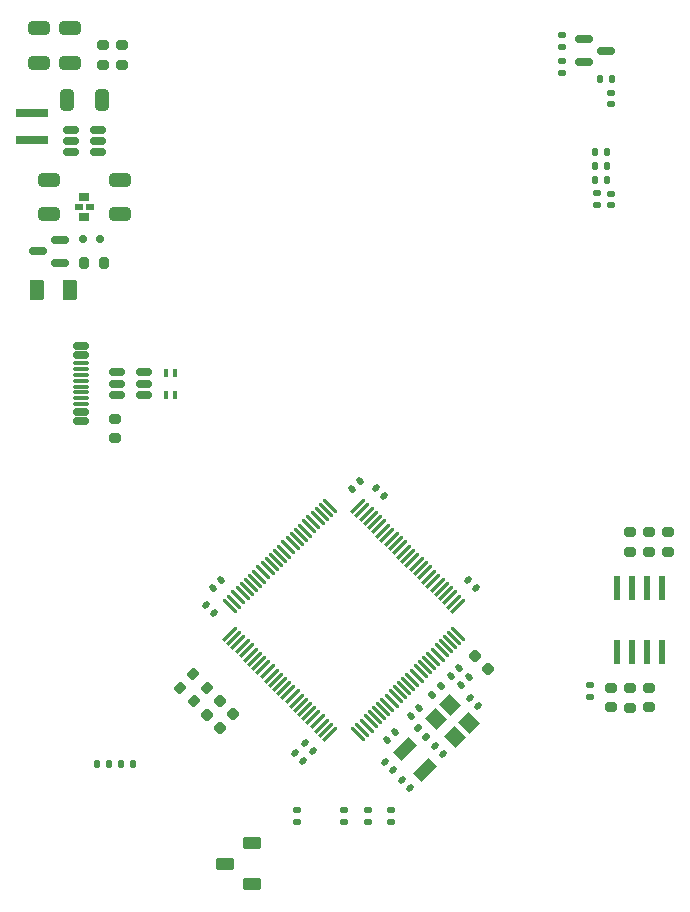
<source format=gbr>
%TF.GenerationSoftware,KiCad,Pcbnew,8.0.1*%
%TF.CreationDate,2024-05-16T13:17:23+02:00*%
%TF.ProjectId,STM32H7B0_devboard,53544d33-3248-4374-9230-5f646576626f,rev?*%
%TF.SameCoordinates,Original*%
%TF.FileFunction,Paste,Top*%
%TF.FilePolarity,Positive*%
%FSLAX46Y46*%
G04 Gerber Fmt 4.6, Leading zero omitted, Abs format (unit mm)*
G04 Created by KiCad (PCBNEW 8.0.1) date 2024-05-16 13:17:23*
%MOMM*%
%LPD*%
G01*
G04 APERTURE LIST*
G04 Aperture macros list*
%AMRoundRect*
0 Rectangle with rounded corners*
0 $1 Rounding radius*
0 $2 $3 $4 $5 $6 $7 $8 $9 X,Y pos of 4 corners*
0 Add a 4 corners polygon primitive as box body*
4,1,4,$2,$3,$4,$5,$6,$7,$8,$9,$2,$3,0*
0 Add four circle primitives for the rounded corners*
1,1,$1+$1,$2,$3*
1,1,$1+$1,$4,$5*
1,1,$1+$1,$6,$7*
1,1,$1+$1,$8,$9*
0 Add four rect primitives between the rounded corners*
20,1,$1+$1,$2,$3,$4,$5,0*
20,1,$1+$1,$4,$5,$6,$7,0*
20,1,$1+$1,$6,$7,$8,$9,0*
20,1,$1+$1,$8,$9,$2,$3,0*%
%AMRotRect*
0 Rectangle, with rotation*
0 The origin of the aperture is its center*
0 $1 length*
0 $2 width*
0 $3 Rotation angle, in degrees counterclockwise*
0 Add horizontal line*
21,1,$1,$2,0,0,$3*%
G04 Aperture macros list end*
%ADD10RoundRect,0.200000X0.275000X-0.200000X0.275000X0.200000X-0.275000X0.200000X-0.275000X-0.200000X0*%
%ADD11RoundRect,0.150000X0.587500X0.150000X-0.587500X0.150000X-0.587500X-0.150000X0.587500X-0.150000X0*%
%ADD12RoundRect,0.135000X0.135000X0.185000X-0.135000X0.185000X-0.135000X-0.185000X0.135000X-0.185000X0*%
%ADD13R,0.600000X2.000000*%
%ADD14RoundRect,0.150000X-0.500000X0.150000X-0.500000X-0.150000X0.500000X-0.150000X0.500000X0.150000X0*%
%ADD15RoundRect,0.075000X-0.575000X0.075000X-0.575000X-0.075000X0.575000X-0.075000X0.575000X0.075000X0*%
%ADD16RoundRect,0.150000X-0.512500X-0.150000X0.512500X-0.150000X0.512500X0.150000X-0.512500X0.150000X0*%
%ADD17RoundRect,0.135000X-0.226274X-0.035355X-0.035355X-0.226274X0.226274X0.035355X0.035355X0.226274X0*%
%ADD18RoundRect,0.250000X-0.650000X0.325000X-0.650000X-0.325000X0.650000X-0.325000X0.650000X0.325000X0*%
%ADD19R,2.700000X0.800000*%
%ADD20RoundRect,0.135000X-0.135000X-0.185000X0.135000X-0.185000X0.135000X0.185000X-0.135000X0.185000X0*%
%ADD21RoundRect,0.250000X0.550000X-0.250000X0.550000X0.250000X-0.550000X0.250000X-0.550000X-0.250000X0*%
%ADD22RoundRect,0.135000X-0.185000X0.135000X-0.185000X-0.135000X0.185000X-0.135000X0.185000X0.135000X0*%
%ADD23RoundRect,0.218750X-0.335876X-0.026517X-0.026517X-0.335876X0.335876X0.026517X0.026517X0.335876X0*%
%ADD24R,0.889000X0.711200*%
%ADD25R,0.660400X0.508000*%
%ADD26RoundRect,0.135000X0.185000X-0.135000X0.185000X0.135000X-0.185000X0.135000X-0.185000X-0.135000X0*%
%ADD27RoundRect,0.150000X-0.587500X-0.150000X0.587500X-0.150000X0.587500X0.150000X-0.587500X0.150000X0*%
%ADD28RoundRect,0.150000X0.150000X0.200000X-0.150000X0.200000X-0.150000X-0.200000X0.150000X-0.200000X0*%
%ADD29RoundRect,0.200000X-0.275000X0.200000X-0.275000X-0.200000X0.275000X-0.200000X0.275000X0.200000X0*%
%ADD30RoundRect,0.140000X-0.021213X0.219203X-0.219203X0.021213X0.021213X-0.219203X0.219203X-0.021213X0*%
%ADD31RoundRect,0.200000X0.335876X0.053033X0.053033X0.335876X-0.335876X-0.053033X-0.053033X-0.335876X0*%
%ADD32RoundRect,0.140000X0.219203X0.021213X0.021213X0.219203X-0.219203X-0.021213X-0.021213X-0.219203X0*%
%ADD33RoundRect,0.200000X-0.335876X-0.053033X-0.053033X-0.335876X0.335876X0.053033X0.053033X0.335876X0*%
%ADD34RoundRect,0.200000X-0.200000X-0.275000X0.200000X-0.275000X0.200000X0.275000X-0.200000X0.275000X0*%
%ADD35RoundRect,0.250000X0.650000X-0.325000X0.650000X0.325000X-0.650000X0.325000X-0.650000X-0.325000X0*%
%ADD36R,0.406400X0.762000*%
%ADD37RoundRect,0.140000X0.021213X-0.219203X0.219203X-0.021213X-0.021213X0.219203X-0.219203X0.021213X0*%
%ADD38RoundRect,0.140000X-0.219203X-0.021213X-0.021213X-0.219203X0.219203X0.021213X0.021213X0.219203X0*%
%ADD39RoundRect,0.250000X0.375000X0.625000X-0.375000X0.625000X-0.375000X-0.625000X0.375000X-0.625000X0*%
%ADD40RoundRect,0.140000X-0.170000X0.140000X-0.170000X-0.140000X0.170000X-0.140000X0.170000X0.140000X0*%
%ADD41RoundRect,0.250000X-0.325000X-0.650000X0.325000X-0.650000X0.325000X0.650000X-0.325000X0.650000X0*%
%ADD42RotRect,1.000000X1.800000X135.000000*%
%ADD43RoundRect,0.075000X0.565685X-0.459619X-0.459619X0.565685X-0.565685X0.459619X0.459619X-0.565685X0*%
%ADD44RoundRect,0.075000X0.565685X0.459619X0.459619X0.565685X-0.565685X-0.459619X-0.459619X-0.565685X0*%
%ADD45RotRect,1.400000X1.200000X315.000000*%
%ADD46RoundRect,0.135000X0.035355X-0.226274X0.226274X-0.035355X-0.035355X0.226274X-0.226274X0.035355X0*%
G04 APERTURE END LIST*
D10*
%TO.C,R26*%
X169200000Y-94225001D03*
X169200000Y-92575001D03*
%TD*%
D11*
%TO.C,Q2*%
X120937500Y-69750000D03*
X120937500Y-67850000D03*
X119062499Y-68800000D03*
%TD*%
D12*
%TO.C,R10*%
X125109999Y-112200000D03*
X124090001Y-112200000D03*
%TD*%
D13*
%TO.C,U3*%
X168095001Y-102725000D03*
X169365000Y-102725000D03*
X170635000Y-102725000D03*
X171904999Y-102725000D03*
X171904999Y-97275000D03*
X170635000Y-97275000D03*
X169365000Y-97275000D03*
X168095001Y-97275000D03*
%TD*%
D14*
%TO.C,J3*%
X122745000Y-76800000D03*
X122745000Y-77600000D03*
D15*
X122744999Y-78750000D03*
X122745000Y-79750000D03*
X122745000Y-80250000D03*
X122744999Y-81250000D03*
D14*
X122745000Y-82400000D03*
X122745000Y-83200000D03*
X122745000Y-83200000D03*
X122745000Y-82400000D03*
D15*
X122745000Y-81750000D03*
X122745000Y-80750000D03*
X122745000Y-79250000D03*
X122745000Y-78250000D03*
D14*
X122745000Y-77600000D03*
X122745000Y-76800000D03*
%TD*%
D16*
%TO.C,U4*%
X121862500Y-58500002D03*
X121862500Y-59450001D03*
X121862500Y-60400000D03*
X124137500Y-60400000D03*
X124137500Y-59450001D03*
X124137500Y-58500002D03*
%TD*%
D17*
%TO.C,R2*%
X151239376Y-109200000D03*
X151960624Y-109921248D03*
%TD*%
D18*
%TO.C,C19*%
X120000000Y-62724999D03*
X120000000Y-65675001D03*
%TD*%
D19*
%TO.C,L2*%
X118600000Y-59350000D03*
X118600000Y-57050000D03*
%TD*%
D20*
%TO.C,R18*%
X166207252Y-62800000D03*
X167227250Y-62800000D03*
%TD*%
D21*
%TO.C,SW1*%
X137200000Y-122400000D03*
X134900000Y-120650000D03*
X137200000Y-118900000D03*
%TD*%
D22*
%TO.C,R16*%
X166427250Y-63890001D03*
X166427250Y-64909999D03*
%TD*%
D23*
%TO.C,L1*%
X156043153Y-103043153D03*
X157156847Y-104156847D03*
%TD*%
D24*
%TO.C,C18*%
X123000000Y-65901800D03*
D25*
X122530101Y-65050900D03*
D24*
X123000000Y-64200000D03*
D25*
X123469899Y-65050900D03*
%TD*%
D20*
%TO.C,R9*%
X126090001Y-112200000D03*
X127109999Y-112200000D03*
%TD*%
D26*
%TO.C,R13*%
X163427250Y-51509999D03*
X163427250Y-50490001D03*
%TD*%
D27*
%TO.C,Q1*%
X165289750Y-50850000D03*
X165289750Y-52750000D03*
X167164751Y-51800000D03*
%TD*%
D28*
%TO.C,D3*%
X122900000Y-67800000D03*
X124300000Y-67800000D03*
%TD*%
D29*
%TO.C,R21*%
X126200000Y-51375000D03*
X126200000Y-53025000D03*
%TD*%
D30*
%TO.C,C7*%
X151339411Y-107460589D03*
X150660589Y-108139411D03*
%TD*%
D10*
%TO.C,R22*%
X125560000Y-84625000D03*
X125560000Y-82975000D03*
%TD*%
D31*
%TO.C,R1*%
X133383363Y-105783363D03*
X132216637Y-104616637D03*
%TD*%
D23*
%TO.C,D1*%
X134488217Y-106888217D03*
X135601911Y-108001911D03*
%TD*%
D26*
%TO.C,R6*%
X147000000Y-117099997D03*
X147000000Y-116079999D03*
%TD*%
D30*
%TO.C,C17*%
X154739411Y-104060589D03*
X154060589Y-104739411D03*
%TD*%
D32*
%TO.C,C9*%
X150600000Y-114200000D03*
X149921178Y-113521178D03*
%TD*%
%TO.C,C1*%
X141539411Y-111939411D03*
X140860589Y-111260589D03*
%TD*%
D33*
%TO.C,R4*%
X131085267Y-105748007D03*
X132251993Y-106914733D03*
%TD*%
D34*
%TO.C,R19*%
X122975000Y-69800000D03*
X124625000Y-69800000D03*
%TD*%
D10*
%TO.C,R27*%
X170800000Y-94225001D03*
X170800000Y-92575001D03*
%TD*%
D35*
%TO.C,C22*%
X119200000Y-52875001D03*
X119200000Y-49924999D03*
%TD*%
D36*
%TO.C,FL1*%
X130703900Y-79075001D03*
X129891100Y-79075001D03*
X129891100Y-80924999D03*
X130703900Y-80924999D03*
%TD*%
D32*
%TO.C,C11*%
X156339411Y-107339411D03*
X155660589Y-106660589D03*
%TD*%
D37*
%TO.C,C5*%
X145660589Y-88939411D03*
X146339411Y-88260589D03*
%TD*%
D18*
%TO.C,C20*%
X126000000Y-62724999D03*
X126000000Y-65675001D03*
%TD*%
D38*
%TO.C,C8*%
X148460589Y-112060589D03*
X149139411Y-112739411D03*
%TD*%
D20*
%TO.C,R12*%
X166627250Y-54200000D03*
X167647248Y-54200000D03*
%TD*%
D39*
%TO.C,F1*%
X121799999Y-72100000D03*
X119000001Y-72100000D03*
%TD*%
D35*
%TO.C,C23*%
X121800000Y-52875001D03*
X121800000Y-49924999D03*
%TD*%
D30*
%TO.C,C2*%
X149339411Y-109460589D03*
X148660589Y-110139411D03*
%TD*%
D40*
%TO.C,C14*%
X167627250Y-55400000D03*
X167627250Y-56360000D03*
%TD*%
D23*
%TO.C,D2*%
X133356847Y-108019587D03*
X134470541Y-109133281D03*
%TD*%
D41*
%TO.C,C21*%
X121525000Y-56000000D03*
X124475000Y-56000000D03*
%TD*%
D10*
%TO.C,R24*%
X169199999Y-107450000D03*
X169199999Y-105800000D03*
%TD*%
D32*
%TO.C,C12*%
X148339411Y-89539411D03*
X147660589Y-88860589D03*
%TD*%
D29*
%TO.C,R20*%
X124600000Y-51375000D03*
X124600000Y-53025000D03*
%TD*%
D10*
%TO.C,R28*%
X172399999Y-94250000D03*
X172399999Y-92600000D03*
%TD*%
D20*
%TO.C,R15*%
X166207252Y-60400000D03*
X167227250Y-60400000D03*
%TD*%
D42*
%TO.C,Y1*%
X150116117Y-110916117D03*
X151883883Y-112683883D03*
%TD*%
D10*
%TO.C,R25*%
X170800000Y-107425000D03*
X170800000Y-105775000D03*
%TD*%
D43*
%TO.C,U1*%
X146184404Y-109669685D03*
X146537957Y-109316132D03*
X146891511Y-108962578D03*
X147245064Y-108609025D03*
X147598617Y-108255472D03*
X147952171Y-107901918D03*
X148305724Y-107548365D03*
X148659278Y-107194811D03*
X149012831Y-106841258D03*
X149366384Y-106487705D03*
X149719938Y-106134151D03*
X150073491Y-105780598D03*
X150427045Y-105427045D03*
X150780598Y-105073491D03*
X151134151Y-104719938D03*
X151487705Y-104366384D03*
X151841258Y-104012831D03*
X152194811Y-103659278D03*
X152548365Y-103305724D03*
X152901918Y-102952171D03*
X153255472Y-102598617D03*
X153609025Y-102245064D03*
X153962578Y-101891511D03*
X154316132Y-101537957D03*
X154669685Y-101184404D03*
D44*
X154669685Y-98815596D03*
X154316132Y-98462043D03*
X153962578Y-98108489D03*
X153609025Y-97754936D03*
X153255472Y-97401383D03*
X152901918Y-97047829D03*
X152548365Y-96694276D03*
X152194811Y-96340722D03*
X151841258Y-95987169D03*
X151487705Y-95633616D03*
X151134151Y-95280062D03*
X150780598Y-94926509D03*
X150427045Y-94572955D03*
X150073491Y-94219402D03*
X149719938Y-93865849D03*
X149366384Y-93512295D03*
X149012831Y-93158742D03*
X148659278Y-92805189D03*
X148305724Y-92451635D03*
X147952171Y-92098082D03*
X147598617Y-91744528D03*
X147245064Y-91390975D03*
X146891511Y-91037422D03*
X146537957Y-90683868D03*
X146184404Y-90330315D03*
D43*
X143815596Y-90330315D03*
X143462043Y-90683868D03*
X143108489Y-91037422D03*
X142754936Y-91390975D03*
X142401383Y-91744528D03*
X142047829Y-92098082D03*
X141694276Y-92451635D03*
X141340722Y-92805189D03*
X140987169Y-93158742D03*
X140633616Y-93512295D03*
X140280062Y-93865849D03*
X139926509Y-94219402D03*
X139572955Y-94572955D03*
X139219402Y-94926509D03*
X138865849Y-95280062D03*
X138512295Y-95633616D03*
X138158742Y-95987169D03*
X137805189Y-96340722D03*
X137451635Y-96694276D03*
X137098082Y-97047829D03*
X136744528Y-97401383D03*
X136390975Y-97754936D03*
X136037422Y-98108489D03*
X135683868Y-98462043D03*
X135330315Y-98815596D03*
D44*
X135330315Y-101184404D03*
X135683868Y-101537957D03*
X136037422Y-101891511D03*
X136390975Y-102245064D03*
X136744528Y-102598617D03*
X137098082Y-102952171D03*
X137451635Y-103305724D03*
X137805189Y-103659278D03*
X138158742Y-104012831D03*
X138512295Y-104366384D03*
X138865849Y-104719938D03*
X139219402Y-105073491D03*
X139572955Y-105427045D03*
X139926509Y-105780598D03*
X140280062Y-106134151D03*
X140633616Y-106487705D03*
X140987169Y-106841258D03*
X141340722Y-107194811D03*
X141694276Y-107548365D03*
X142047829Y-107901918D03*
X142401383Y-108255472D03*
X142754936Y-108609025D03*
X143108489Y-108962578D03*
X143462043Y-109316132D03*
X143815596Y-109669685D03*
%TD*%
D30*
%TO.C,C13*%
X134539411Y-96660589D03*
X133860589Y-97339411D03*
%TD*%
%TO.C,C16*%
X155539411Y-104860589D03*
X154860589Y-105539411D03*
%TD*%
D26*
%TO.C,R7*%
X145000000Y-117099998D03*
X145000000Y-116080000D03*
%TD*%
D10*
%TO.C,R23*%
X167599999Y-107425000D03*
X167599999Y-105775000D03*
%TD*%
D38*
%TO.C,C6*%
X155460589Y-96660589D03*
X156139411Y-97339411D03*
%TD*%
D45*
%TO.C,Y2*%
X152797919Y-108402081D03*
X154353554Y-109957716D03*
X155555635Y-108755635D03*
X154000000Y-107200000D03*
%TD*%
D40*
%TO.C,C15*%
X167627250Y-63920000D03*
X167627250Y-64880000D03*
%TD*%
D26*
%TO.C,R8*%
X141000000Y-117099998D03*
X141000000Y-116080000D03*
%TD*%
D16*
%TO.C,U5*%
X125760000Y-79050001D03*
X125760000Y-80000000D03*
X125760000Y-80949999D03*
X128035000Y-80949999D03*
X128035000Y-80000000D03*
X128035000Y-79050001D03*
%TD*%
D26*
%TO.C,R11*%
X165800000Y-106509999D03*
X165800000Y-105490001D03*
%TD*%
D32*
%TO.C,C3*%
X142339411Y-111139411D03*
X141660589Y-110460589D03*
%TD*%
D26*
%TO.C,R5*%
X149000000Y-117099998D03*
X149000000Y-116080000D03*
%TD*%
%TO.C,R14*%
X163427250Y-53709999D03*
X163427250Y-52690001D03*
%TD*%
D32*
%TO.C,C4*%
X133939411Y-99400000D03*
X133260589Y-98721178D03*
%TD*%
D12*
%TO.C,R17*%
X167227250Y-61600000D03*
X166207252Y-61600000D03*
%TD*%
D46*
%TO.C,R3*%
X152439376Y-106360624D03*
X153160624Y-105639376D03*
%TD*%
D38*
%TO.C,C10*%
X152660589Y-110660589D03*
X153339411Y-111339411D03*
%TD*%
M02*

</source>
